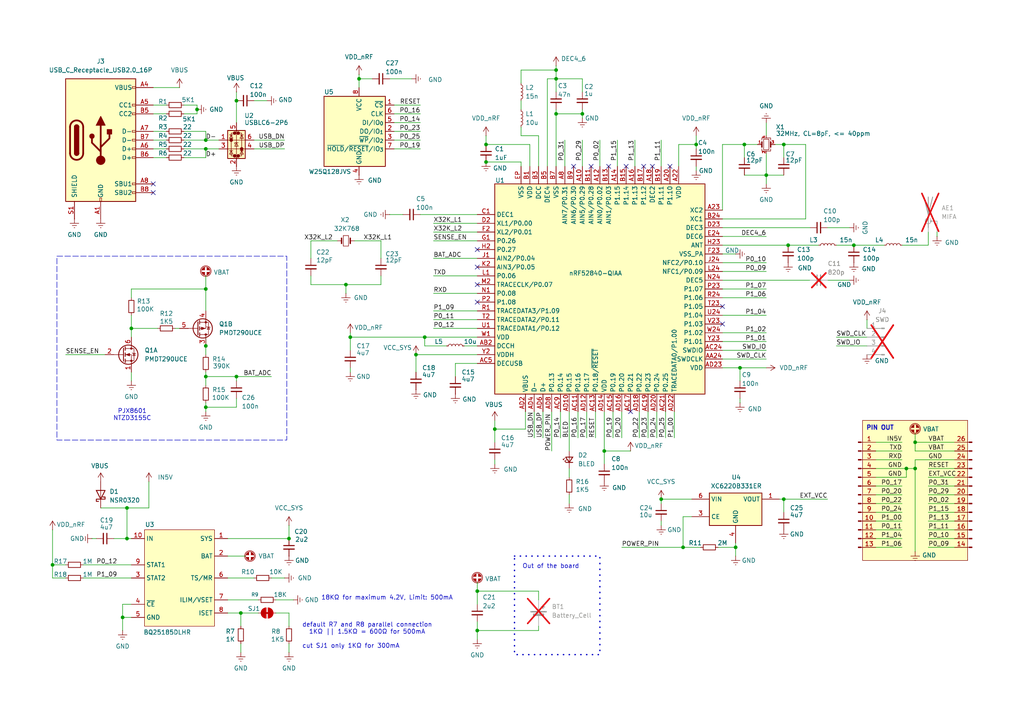
<source format=kicad_sch>
(kicad_sch (version 20250114) (generator "eeschema") (generator_version "9.0")
  (paper "A4")
  (rectangle (start 266.7 161.29) (end 266.7 161.29))
  (rectangle (start 16.51 74.295) (end 83.185 127.635) (stroke (width 0) (type dash)))
  (rectangle (start 149.225 161.29) (end 173.99 189.865) (stroke (width 0.4) (type dot)))
  (text "default R7 and R8 parallel connection \n  1KΩ || 1.5KΩ = 600Ω for 500mA\n\ncut SJ1 only 1KΩ for 300mA\n" (at 87.63 184.404 0) (effects (font (size 1.27 1.27)) (justify left)))
  (text "PIN OUT" (at 255.27 124.206 0) (effects (font (size 1.27 1.27) (thickness 0.254) (bold yes))))
  (text "PJX8601\nNTZD3155C" (at 38.354 120.396 0) (effects (font (size 1.27 1.27))))
  (text "Out of the board" (at 159.766 164.338 0) (effects (font (size 1.27 1.27))))
  (text "18KΩ for maximum 4.2V, Limit: 500mA" (at 112.268 173.482 0) (effects (font (size 1.27 1.27))))
  (junction (at 69.85 177.8))
  (junction (at 265.43 135.89))
  (junction (at 227.33 144.78))
  (junction (at 198.12 158.75))
  (junction (at 201.93 41.91))
  (junction (at 59.69 83.82))
  (junction (at 247.65 71.12))
  (junction (at 100.33 82.55))
  (junction (at 214.63 106.68))
  (junction (at 140.97 46.99))
  (junction (at 36.83 156.21))
  (junction (at 57.15 31.75))
  (junction (at 161.29 20.32))
  (junction (at 15.24 163.83))
  (junction (at 215.9 41.91))
  (junction (at 123.19 97.79))
  (junction (at 227.33 41.91))
  (junction (at 36.83 147.32))
  (junction (at 101.6 97.79))
  (junction (at 59.69 109.22))
  (junction (at 265.43 128.27))
  (junction (at 168.91 33.02))
  (junction (at 59.69 118.11))
  (junction (at 120.65 102.87))
  (junction (at 262.89 135.89))
  (junction (at 191.77 144.78))
  (junction (at 143.51 124.46))
  (junction (at 175.26 130.81))
  (junction (at 228.6 71.12))
  (junction (at 222.25 50.8))
  (junction (at 213.36 158.75))
  (junction (at 35.56 179.07))
  (junction (at 161.29 33.02))
  (junction (at 140.97 41.91))
  (junction (at 68.58 109.22))
  (junction (at 68.58 29.21))
  (junction (at 38.1 95.25))
  (junction (at 138.43 182.88))
  (junction (at 59.69 43.18))
  (junction (at 138.43 171.45))
  (junction (at 59.69 40.64))
  (junction (at 59.69 100.33))
  (junction (at 104.14 22.86))
  (junction (at 83.82 156.21))
  (junction (at 161.29 22.86))
  (no_connect (at 181.61 48.26))
  (no_connect (at 44.45 53.34))
  (no_connect (at 194.31 48.26))
  (no_connect (at 176.53 48.26))
  (no_connect (at 138.43 87.63))
  (no_connect (at 138.43 72.39))
  (no_connect (at 182.88 119.38))
  (no_connect (at 186.69 48.26))
  (no_connect (at 209.55 93.98))
  (no_connect (at 44.45 55.88))
  (no_connect (at 171.45 48.26))
  (no_connect (at 138.43 82.55))
  (no_connect (at 166.37 48.26))
  (no_connect (at 209.55 88.9))
  (no_connect (at 138.43 77.47))
  (no_connect (at 189.23 48.26))
  (wire (pts (xy 90.17 82.55) (xy 90.17 80.01)))
  (wire (pts (xy 68.58 109.22) (xy 68.58 110.49)))
  (wire (pts (xy 182.88 130.81) (xy 175.26 130.81)))
  (wire (pts (xy 50.8 95.25) (xy 52.07 95.25)))
  (wire (pts (xy 101.6 101.6) (xy 101.6 97.79)))
  (wire (pts (xy 138.43 182.88) (xy 138.43 185.42)))
  (wire (pts (xy 90.17 69.85) (xy 90.17 74.93)))
  (wire (pts (xy 73.66 29.21) (xy 77.47 29.21)))
  (wire (pts (xy 66.04 177.8) (xy 69.85 177.8)))
  (wire (pts (xy 151.13 20.32) (xy 151.13 24.13)))
  (wire (pts (xy 195.58 119.38) (xy 195.58 127)))
  (wire (pts (xy 151.13 36.83) (xy 151.13 39.37)))
  (wire (pts (xy 156.21 39.37) (xy 156.21 48.26)))
  (wire (pts (xy 269.24 151.13) (xy 276.86 151.13)))
  (wire (pts (xy 138.43 171.45) (xy 156.21 171.45)))
  (wire (pts (xy 222.25 44.45) (xy 222.25 50.8)))
  (wire (pts (xy 165.1 143.51) (xy 165.1 146.05)))
  (wire (pts (xy 180.34 119.38) (xy 180.34 127)))
  (wire (pts (xy 196.85 41.91) (xy 201.93 41.91)))
  (wire (pts (xy 59.69 83.82) (xy 59.69 90.17)))
  (wire (pts (xy 226.06 144.78) (xy 227.33 144.78)))
  (wire (pts (xy 276.86 130.81) (xy 265.43 130.81)))
  (wire (pts (xy 254 143.51) (xy 261.62 143.51)))
  (wire (pts (xy 240.03 66.04) (xy 246.38 66.04)))
  (wire (pts (xy 143.51 124.46) (xy 152.4 124.46)))
  (wire (pts (xy 168.91 33.02) (xy 161.29 33.02)))
  (wire (pts (xy 59.69 40.64) (xy 59.69 38.1)))
  (wire (pts (xy 261.62 158.75) (xy 254 158.75)))
  (wire (pts (xy 152.4 124.46) (xy 152.4 119.38)))
  (wire (pts (xy 134.62 100.33) (xy 138.43 100.33)))
  (wire (pts (xy 151.13 29.21) (xy 151.13 31.75)))
  (wire (pts (xy 254 148.59) (xy 261.62 148.59)))
  (wire (pts (xy 143.51 133.35) (xy 143.51 134.62)))
  (wire (pts (xy 44.45 45.72) (xy 48.26 45.72)))
  (wire (pts (xy 214.63 110.49) (xy 214.63 106.68)))
  (wire (pts (xy 151.13 48.26) (xy 151.13 46.99)))
  (wire (pts (xy 90.17 69.85) (xy 97.79 69.85)))
  (wire (pts (xy 69.85 177.8) (xy 74.93 177.8)))
  (wire (pts (xy 208.28 158.75) (xy 213.36 158.75)))
  (wire (pts (xy 158.75 22.86) (xy 158.75 48.26)))
  (wire (pts (xy 143.51 121.92) (xy 143.51 124.46)))
  (wire (pts (xy 209.55 101.6) (xy 222.25 101.6)))
  (wire (pts (xy 222.25 50.8) (xy 222.25 53.34)))
  (wire (pts (xy 269.24 138.43) (xy 276.86 138.43)))
  (wire (pts (xy 66.04 173.99) (xy 74.93 173.99)))
  (wire (pts (xy 101.6 96.52) (xy 101.6 97.79)))
  (wire (pts (xy 175.26 130.81) (xy 175.26 134.62)))
  (wire (pts (xy 43.18 139.7) (xy 43.18 147.32)))
  (wire (pts (xy 254 130.81) (xy 261.62 130.81)))
  (wire (pts (xy 100.33 82.55) (xy 110.49 82.55)))
  (wire (pts (xy 163.83 40.64) (xy 163.83 48.26)))
  (wire (pts (xy 68.58 115.57) (xy 68.58 118.11)))
  (wire (pts (xy 198.12 149.86) (xy 200.66 149.86)))
  (wire (pts (xy 261.62 153.67) (xy 254 153.67)))
  (wire (pts (xy 59.69 109.22) (xy 68.58 109.22)))
  (wire (pts (xy 165.1 135.89) (xy 165.1 138.43)))
  (wire (pts (xy 73.66 43.18) (xy 82.55 43.18)))
  (wire (pts (xy 138.43 168.91) (xy 138.43 171.45)))
  (wire (pts (xy 209.55 83.82) (xy 222.25 83.82)))
  (wire (pts (xy 269.24 143.51) (xy 276.86 143.51)))
  (wire (pts (xy 209.55 68.58) (xy 222.25 68.58)))
  (wire (pts (xy 198.12 158.75) (xy 198.12 149.86)))
  (wire (pts (xy 209.55 99.06) (xy 222.25 99.06)))
  (wire (pts (xy 68.58 26.67) (xy 68.58 29.21)))
  (wire (pts (xy 265.43 133.35) (xy 265.43 135.89)))
  (wire (pts (xy 191.77 144.78) (xy 191.77 146.05)))
  (wire (pts (xy 24.13 167.64) (xy 38.1 167.64)))
  (wire (pts (xy 162.56 119.38) (xy 162.56 127)))
  (wire (pts (xy 151.13 46.99) (xy 140.97 46.99)))
  (wire (pts (xy 215.9 41.91) (xy 219.71 41.91)))
  (wire (pts (xy 191.77 40.64) (xy 191.77 48.26)))
  (wire (pts (xy 160.02 119.38) (xy 160.02 130.81)))
  (wire (pts (xy 35.56 179.07) (xy 38.1 179.07)))
  (wire (pts (xy 53.34 33.02) (xy 57.15 33.02)))
  (wire (pts (xy 29.21 147.32) (xy 36.83 147.32)))
  (wire (pts (xy 240.03 81.28) (xy 246.38 81.28)))
  (wire (pts (xy 114.3 40.64) (xy 121.92 40.64)))
  (wire (pts (xy 227.33 144.78) (xy 227.33 148.59)))
  (wire (pts (xy 175.26 119.38) (xy 175.26 130.81)))
  (wire (pts (xy 180.34 158.75) (xy 198.12 158.75)))
  (wire (pts (xy 271.78 68.58) (xy 271.78 67.31)))
  (wire (pts (xy 59.69 45.72) (xy 59.69 43.18)))
  (wire (pts (xy 227.33 41.91) (xy 233.68 41.91)))
  (wire (pts (xy 191.77 144.78) (xy 200.66 144.78)))
  (wire (pts (xy 269.24 140.97) (xy 276.86 140.97)))
  (wire (pts (xy 157.48 119.38) (xy 157.48 127)))
  (wire (pts (xy 153.67 48.26) (xy 153.67 41.91)))
  (wire (pts (xy 261.62 71.12) (xy 269.24 71.12)))
  (wire (pts (xy 38.1 83.82) (xy 59.69 83.82)))
  (wire (pts (xy 57.15 33.02) (xy 57.15 31.75)))
  (wire (pts (xy 80.01 177.8) (xy 83.82 177.8)))
  (wire (pts (xy 35.56 182.88) (xy 35.56 179.07)))
  (wire (pts (xy 138.43 102.87) (xy 120.65 102.87)))
  (wire (pts (xy 209.55 73.66) (xy 213.36 73.66)))
  (wire (pts (xy 15.24 163.83) (xy 15.24 167.64)))
  (wire (pts (xy 35.56 175.26) (xy 35.56 179.07)))
  (wire (pts (xy 153.67 41.91) (xy 140.97 41.91)))
  (wire (pts (xy 57.15 31.75) (xy 57.15 30.48)))
  (wire (pts (xy 104.14 22.86) (xy 107.95 22.86)))
  (wire (pts (xy 247.65 71.12) (xy 256.54 71.12)))
  (wire (pts (xy 193.04 119.38) (xy 193.04 127)))
  (wire (pts (xy 170.18 119.38) (xy 170.18 127)))
  (wire (pts (xy 201.93 48.26) (xy 201.93 49.53)))
  (wire (pts (xy 161.29 26.67) (xy 161.29 22.86)))
  (wire (pts (xy 36.83 156.21) (xy 38.1 156.21)))
  (wire (pts (xy 114.3 38.1) (xy 121.92 38.1)))
  (wire (pts (xy 138.43 180.34) (xy 138.43 182.88)))
  (wire (pts (xy 173.99 40.64) (xy 173.99 48.26)))
  (wire (pts (xy 151.13 20.32) (xy 161.29 20.32)))
  (wire (pts (xy 168.91 33.02) (xy 168.91 34.29)))
  (wire (pts (xy 265.43 133.35) (xy 276.86 133.35)))
  (wire (pts (xy 59.69 109.22) (xy 59.69 111.76)))
  (wire (pts (xy 101.6 106.68) (xy 101.6 107.95)))
  (wire (pts (xy 101.6 97.79) (xy 123.19 97.79)))
  (wire (pts (xy 125.73 90.17) (xy 138.43 90.17)))
  (wire (pts (xy 214.63 115.57) (xy 214.63 116.84)))
  (wire (pts (xy 123.19 97.79) (xy 138.43 97.79)))
  (wire (pts (xy 191.77 151.13) (xy 191.77 152.4)))
  (wire (pts (xy 15.24 167.64) (xy 19.05 167.64)))
  (wire (pts (xy 113.03 22.86) (xy 119.38 22.86)))
  (wire (pts (xy 269.24 135.89) (xy 276.86 135.89)))
  (wire (pts (xy 104.14 22.86) (xy 104.14 25.4)))
  (wire (pts (xy 265.43 135.89) (xy 265.43 160.02)))
  (wire (pts (xy 167.64 119.38) (xy 167.64 127)))
  (wire (pts (xy 254 128.27) (xy 261.62 128.27)))
  (wire (pts (xy 104.14 21.59) (xy 104.14 22.86)))
  (wire (pts (xy 123.19 100.33) (xy 123.19 97.79)))
  (wire (pts (xy 53.34 45.72) (xy 59.69 45.72)))
  (wire (pts (xy 36.83 147.32) (xy 36.83 156.21)))
  (wire (pts (xy 43.18 147.32) (xy 36.83 147.32)))
  (wire (pts (xy 265.43 125.73) (xy 265.43 128.27)))
  (wire (pts (xy 161.29 31.75) (xy 161.29 33.02)))
  (wire (pts (xy 53.34 30.48) (xy 57.15 30.48)))
  (wire (pts (xy 80.01 173.99) (xy 85.09 173.99)))
  (wire (pts (xy 132.08 105.41) (xy 132.08 109.22)))
  (wire (pts (xy 154.94 119.38) (xy 154.94 127)))
  (wire (pts (xy 44.45 43.18) (xy 48.26 43.18)))
  (wire (pts (xy 161.29 20.32) (xy 161.29 22.86)))
  (wire (pts (xy 68.58 29.21) (xy 68.58 35.56)))
  (wire (pts (xy 138.43 171.45) (xy 138.43 175.26)))
  (wire (pts (xy 78.74 167.64) (xy 82.55 167.64)))
  (wire (pts (xy 228.6 71.12) (xy 237.49 71.12)))
  (wire (pts (xy 73.66 40.64) (xy 82.55 40.64)))
  (wire (pts (xy 168.91 31.75) (xy 168.91 33.02)))
  (wire (pts (xy 161.29 22.86) (xy 168.91 22.86)))
  (wire (pts (xy 156.21 171.45) (xy 156.21 173.99)))
  (wire (pts (xy 209.55 106.68) (xy 214.63 106.68)))
  (wire (pts (xy 213.36 158.75) (xy 213.36 157.48)))
  (wire (pts (xy 44.45 38.1) (xy 48.26 38.1)))
  (wire (pts (xy 83.82 186.69) (xy 83.82 189.23)))
  (wire (pts (xy 114.3 30.48) (xy 121.92 30.48)))
  (wire (pts (xy 44.45 25.4) (xy 52.07 25.4)))
  (wire (pts (xy 222.25 35.56) (xy 222.25 39.37)))
  (wire (pts (xy 242.57 71.12) (xy 247.65 71.12)))
  (wire (pts (xy 177.8 119.38) (xy 177.8 127)))
  (wire (pts (xy 140.97 39.37) (xy 140.97 41.91)))
  (wire (pts (xy 269.24 67.31) (xy 269.24 71.12)))
  (wire (pts (xy 53.34 43.18) (xy 59.69 43.18)))
  (wire (pts (xy 114.3 43.18) (xy 121.92 43.18)))
  (wire (pts (xy 172.72 119.38) (xy 172.72 127)))
  (wire (pts (xy 168.91 40.64) (xy 168.91 48.26)))
  (wire (pts (xy 209.55 104.14) (xy 222.25 104.14)))
  (wire (pts (xy 209.55 86.36) (xy 222.25 86.36)))
  (wire (pts (xy 44.45 33.02) (xy 48.26 33.02)))
  (wire (pts (xy 201.93 39.37) (xy 201.93 41.91)))
  (wire (pts (xy 125.73 95.25) (xy 138.43 95.25)))
  (wire (pts (xy 254 146.05) (xy 261.62 146.05)))
  (wire (pts (xy 261.62 151.13) (xy 254 151.13)))
  (wire (pts (xy 156.21 39.37) (xy 151.13 39.37)))
  (wire (pts (xy 209.55 81.28) (xy 234.95 81.28)))
  (wire (pts (xy 161.29 33.02) (xy 161.29 48.26)))
  (wire (pts (xy 209.55 96.52) (xy 222.25 96.52)))
  (wire (pts (xy 114.3 33.02) (xy 121.92 33.02)))
  (wire (pts (xy 209.55 41.91) (xy 215.9 41.91)))
  (wire (pts (xy 168.91 22.86) (xy 168.91 26.67)))
  (wire (pts (xy 269.24 158.75) (xy 276.86 158.75)))
  (wire (pts (xy 100.33 85.09) (xy 100.33 82.55)))
  (wire (pts (xy 156.21 182.88) (xy 156.21 181.61)))
  (wire (pts (xy 254 133.35) (xy 261.62 133.35)))
  (wire (pts (xy 53.34 40.64) (xy 59.69 40.64)))
  (wire (pts (xy 27.94 156.21) (xy 26.67 156.21)))
  (wire (pts (xy 184.15 40.64) (xy 184.15 48.26)))
  (wire (pts (xy 125.73 85.09) (xy 138.43 85.09)))
  (wire (pts (xy 38.1 95.25) (xy 38.1 97.79)))
  (wire (pts (xy 125.73 67.31) (xy 138.43 67.31)))
  (wire (pts (xy 110.49 82.55) (xy 110.49 80.01)))
  (wire (pts (xy 209.55 60.96) (xy 209.55 41.91)))
  (wire (pts (xy 129.54 100.33) (xy 123.19 100.33)))
  (wire (pts (xy 125.73 92.71) (xy 138.43 92.71)))
  (wire (pts (xy 138.43 182.88) (xy 156.21 182.88)))
  (wire (pts (xy 161.29 20.32) (xy 161.29 19.05)))
  (wire (pts (xy 38.1 83.82) (xy 38.1 86.36)))
  (wire (pts (xy 102.87 69.85) (xy 110.49 69.85)))
  (wire (pts (xy 66.04 161.29) (xy 71.12 161.29)))
  (wire (pts (xy 44.45 30.48) (xy 48.26 30.48)))
  (wire (pts (xy 209.55 78.74) (xy 222.25 78.74)))
  (wire (pts (xy 165.1 119.38) (xy 165.1 130.81)))
  (wire (pts (xy 265.43 128.27) (xy 276.86 128.27)))
  (wire (pts (xy 15.24 163.83) (xy 19.05 163.83)))
  (wire (pts (xy 38.1 91.44) (xy 38.1 95.25)))
  (wire (pts (xy 138.43 105.41) (xy 132.08 105.41)))
  (wire (pts (xy 90.17 82.55) (xy 100.33 82.55)))
  (wire (pts (xy 261.62 156.21) (xy 254 156.21)))
  (wire (pts (xy 213.36 161.29) (xy 213.36 158.75)))
  (wire (pts (xy 196.85 48.26) (xy 196.85 41.91)))
  (wire (pts (xy 59.69 100.33) (xy 59.69 102.87)))
  (wire (pts (xy 143.51 124.46) (xy 143.51 128.27)))
  (wire (pts (xy 66.04 156.21) (xy 83.82 156.21)))
  (wire (pts (xy 59.69 97.79) (xy 59.69 100.33)))
  (wire (pts (xy 187.96 119.38) (xy 187.96 127)))
  (wire (pts (xy 242.57 100.33) (xy 251.46 100.33)))
  (wire (pts (xy 44.45 40.64) (xy 48.26 40.64)))
  (wire (pts (xy 125.73 80.01) (xy 138.43 80.01)))
  (wire (pts (xy 121.92 62.23) (xy 138.43 62.23)))
  (wire (pts (xy 66.04 167.64) (xy 73.66 167.64)))
  (wire (pts (xy 269.24 156.21) (xy 276.86 156.21)))
  (wire (pts (xy 59.69 80.01) (xy 59.69 83.82)))
  (wire (pts (xy 215.9 50.8) (xy 222.25 50.8)))
  (wire (pts (xy 116.84 62.23) (xy 113.03 62.23)))
  (wire (pts (xy 262.89 135.89) (xy 265.43 135.89)))
  (wire (pts (xy 114.3 35.56) (xy 121.92 35.56)))
  (wire (pts (xy 269.24 148.59) (xy 276.86 148.59)))
  (wire (pts (xy 59.69 43.18) (xy 63.5 43.18)))
  (wire (pts (xy 125.73 64.77) (xy 138.43 64.77)))
  (wire (pts (xy 83.82 181.61) (xy 83.82 177.8)))
  (wire (pts (xy 209.55 71.12) (xy 228.6 71.12)))
  (wire (pts (xy 59.69 40.64) (xy 63.5 40.64)))
  (wire (pts (xy 269.24 153.67) (xy 276.86 153.67)))
  (wire (pts (xy 262.89 135.89) (xy 262.89 138.43)))
  (wire (pts (xy 59.69 107.95) (xy 59.69 109.22)))
  (wire (pts (xy 254 140.97) (xy 261.62 140.97)))
  (wire (pts (xy 59.69 38.1) (xy 53.34 38.1)))
  (wire (pts (xy 68.58 118.11) (xy 59.69 118.11)))
  (wire (pts (xy 214.63 106.68) (xy 222.25 106.68)))
  (wire (pts (xy 15.24 153.67) (xy 15.24 163.83)))
  (wire (pts (xy 265.43 128.27) (xy 265.43 130.81)))
  (wire (pts (xy 185.42 119.38) (xy 185.42 127)))
  (wire (pts (xy 83.82 152.4) (xy 83.82 156.21)))
  (wire (pts (xy 227.33 45.72) (xy 227.33 41.91)))
  (wire (pts (xy 262.89 135.89) (xy 254 135.89)))
  (wire (pts (xy 227.33 41.91) (xy 224.79 41.91)))
  (wire (pts (xy 209.55 66.04) (xy 234.95 66.04)))
  (wire (pts (xy 120.65 102.87) (xy 120.65 107.95)))
  (wire (pts (xy 38.1 95.25) (xy 45.72 95.25)))
  (wire (pts (xy 59.69 119.38) (xy 59.69 118.11)))
  (wire (pts (xy 125.73 74.93) (xy 138.43 74.93)))
  (wire (pts (xy 38.1 107.95) (xy 38.1 110.49)))
  (wire (pts (xy 209.55 76.2) (xy 222.25 76.2)))
  (wire (pts (xy 209.55 91.44) (xy 222.25 91.44)))
  (wire (pts (xy 69.85 177.8) (xy 69.85 181.61)))
  (wire (pts (xy 269.24 146.05) (xy 276.86 146.05)))
  (wire (pts (xy 227.33 144.78) (xy 240.03 144.78)))
  (wire (pts (xy 24.13 163.83) (xy 38.1 163.83)))
  (wire (pts (xy 201.93 41.91) (xy 201.93 43.18)))
  (wire (pts (xy 251.46 92.71) (xy 251.46 95.25)))
  (wire (pts (xy 242.57 97.79) (xy 251.46 97.79)))
  (wire (pts (xy 38.1 175.26) (xy 35.56 175.26)))
  (wire (pts (xy 110.49 69.85) (xy 110.49 74.93)))
  (wire (pts (xy 59.69 118.11) (xy 59.69 116.84)))
  (wire (pts (xy 254 138.43) (xy 262.89 138.43)))
  (wire (pts (xy 190.5 119.38) (xy 190.5 127)))
  (wire (pts (xy 33.02 156.21) (xy 36.83 156.21)))
  (wire (pts (xy 158.75 22.86) (xy 161.29 22.86)))
  (wire (pts (xy 198.12 158.75) (xy 203.2 158.75)))
  (wire (pts (xy 233.68 63.5) (xy 209.55 63.5)))
  (wire (pts (xy 69.85 186.69) (xy 69.85 189.23)))
  (wire (pts (xy 222.25 50.8) (xy 227.33 50.8)))
  (wire (pts (xy 179.07 40.64) (xy 179.07 48.26)))
  (wire (pts (xy 125.73 69.85) (xy 138.43 69.85)))
  (wire (pts (xy 19.05 102.87) (xy 30.48 102.87)))
  (wire (pts (xy 68.58 109.22) (xy 78.74 109.22)))
  (wire (pts (xy 215.9 45.72) (xy 215.9 41.91)))
  (wire (pts (xy 233.68 41.91) (xy 233.68 63.5)))
  (label "SENSE_EN" (at 125.73 69.85 0))
  (label "EXT_VCC" (at 240.03 144.78 180))
  (label "P0_12" (at 27.94 163.83 0))
  (label "P0_20" (at 261.62 143.51 180))
  (label "DEC4_6" (at 222.25 68.58 180))
  (label "SWD_CLK" (at 222.25 104.14 180))
  (label "P0_29" (at 269.24 143.51 0))
  (label "P1_11" (at 191.77 40.64 270))
  (label "P0_17" (at 170.18 127 90))
  (label "P1_06" (at 261.62 158.75 180))
  (label "P0_12" (at 125.73 95.25 0))
  (label "P0_22" (at 261.62 146.05 180))
  (label "X32K_L1" (at 105.41 69.85 0))
  (label "P1_02" (at 222.25 96.52 180))
  (label "VBAT" (at 269.24 128.27 0))
  (label "P0_19" (at 177.8 127 90))
  (label "P0_11" (at 261.62 153.67 180))
  (label "USB_DN" (at 154.94 127 90))
  (label "X32K_L1" (at 125.73 64.77 0))
  (label "P0_10" (at 269.24 156.21 0))
  (label "RXD" (at 261.62 133.35 180))
  (label "P1_06" (at 222.25 86.36 180))
  (label "EXT_VCC" (at 269.24 138.43 0))
  (label "P1_15" (at 269.24 148.59 0))
  (label "P1_01" (at 222.25 99.06 180))
  (label "P0_10" (at 222.25 76.2 180))
  (label "P1_04" (at 261.62 156.21 180))
  (label "X32K_L2" (at 125.73 67.31 0))
  (label "P0_31" (at 269.24 140.97 0))
  (label "USB_DN" (at 82.55 40.64 180))
  (label "D-" (at 59.69 40.64 0))
  (label "P0_25" (at 121.92 40.64 180))
  (label "GND" (at 261.62 135.89 180))
  (label "P0_16" (at 121.92 33.02 180))
  (label "P0_09" (at 269.24 158.75 0))
  (label "BAT_ADC" (at 125.73 74.93 0))
  (label "P0_23" (at 187.96 127 90))
  (label "P0_29" (at 168.91 40.64 270))
  (label "SWD_CLK" (at 242.57 97.79 0))
  (label "RESET" (at 172.72 127 90))
  (label "P1_00" (at 195.58 127 90))
  (label "P0_11" (at 125.73 92.71 0))
  (label "P1_04" (at 222.25 91.44 180))
  (label "GND" (at 261.62 138.43 180))
  (label "P0_02" (at 173.99 40.64 270))
  (label "P1_07" (at 222.25 83.82 180))
  (label "P0_09" (at 222.25 78.74 180))
  (label "SWD_IO" (at 242.57 100.33 0))
  (label "GND" (at 269.24 133.35 0))
  (label "P1_11" (at 269.24 153.67 0))
  (label "P1_00" (at 261.62 151.13 180))
  (label "SENSE_EN" (at 19.05 102.87 0))
  (label "POWER_PIN" (at 180.34 158.75 0))
  (label "P0_14" (at 121.92 35.56 180))
  (label "RESET" (at 269.24 135.89 0))
  (label "P1_09" (at 125.73 90.17 0))
  (label "P0_24" (at 261.62 148.59 180))
  (label "IN5V" (at 261.62 128.27 180))
  (label "P0_31" (at 163.83 40.64 270))
  (label "P1_09" (at 27.94 167.64 0))
  (label "P0_14" (at 162.56 127 90))
  (label "P0_20" (at 180.34 127 90))
  (label "P0_22" (at 185.42 127 90))
  (label "P0_19" (at 121.92 43.18 180))
  (label "BAT_ADC" (at 78.74 109.22 180))
  (label "P1_13" (at 184.15 40.64 270))
  (label "RESET" (at 121.92 30.48 180))
  (label "USB_DP" (at 157.48 127 90))
  (label "RXD" (at 125.73 85.09 0))
  (label "POWER_PIN" (at 160.02 130.81 90))
  (label "D+" (at 59.69 45.72 0))
  (label "P1_15" (at 179.07 40.64 270))
  (label "X32K_L2" (at 96.52 69.85 180))
  (label "P0_23" (at 121.92 38.1 180))
  (label "P1_13" (at 269.24 151.13 0))
  (label "P0_24" (at 190.5 127 90))
  (label "BLED" (at 165.1 127 90))
  (label "P0_02" (at 269.24 146.05 0))
  (label "TXD" (at 125.73 80.01 0))
  (label "USB_DP" (at 82.55 43.18 180))
  (label "TXD" (at 261.62 130.81 180))
  (label "SWD_IO" (at 222.25 101.6 180))
  (label "P0_16" (at 167.64 127 90))
  (label "P0_25" (at 193.04 127 90))
  (label "VBAT" (at 269.24 130.81 0))
  (label "P0_17" (at 261.62 140.97 180))
  (symbol (lib_id "power:GNDREF") (at 21.59 63.5 0) (unit 1)
    (property "Reference" "#PWR039" (effects (hide yes)))
    (property "Value" "GND" (at 21.59 68.072 0))
    (property "Description" "Power symbol creates a global label with name \"GNDREF\" , reference supply ground" (effects (hide yes)))
  )
  (symbol (lib_id "power:GNDREF") (at 29.21 63.5 0) (unit 1)
    (property "Reference" "#PWR019" (effects (hide yes)))
    (property "Value" "GND" (at 29.21 68.072 0))
    (property "Description" "Power symbol creates a global label with name \"GNDREF\" , reference supply ground" (effects (hide yes)))
  )
  (symbol (lib_id "power:GNDREF") (at 165.1 146.05 0) (unit 1)
    (property "Reference" "#PWR055" (effects (hide yes)))
    (property "Value" "GND" (at 169.672 147.574 0))
    (property "Description" "Power symbol creates a global label with name \"GNDREF\" , reference supply ground" (effects (hide yes)))
  )
  (symbol (lib_id "power:GNDREF") (at 26.67 156.21 270) (unit 1)
    (property "Reference" "#PWR044" (effects (hide yes)))
    (property "Value" "GND" (at 22.352 156.21 90))
    (property "Description" "Power symbol creates a global label with name \"GNDREF\" , reference supply ground" (effects (hide yes)))
  )
  (symbol (lib_id "power:GNDREF") (at 69.85 189.23 0) (unit 1)
    (property "Reference" "#PWR023" (effects (hide yes)))
    (property "Value" "GND" (at 69.85 193.802 0))
    (property "Description" "Power symbol creates a global label with name \"GNDREF\" , reference supply ground" (effects (hide yes)))
  )
  (symbol (lib_id "power:GNDREF") (at 85.09 173.99 90) (unit 1)
    (property "Reference" "#PWR014" (effects (hide yes)))
    (property "Value" "GND" (at 90.424 173.99 90))
    (property "Description" "Power symbol creates a global label with name \"GNDREF\" , reference supply ground" (effects (hide yes)))
  )
  (symbol (lib_id "power:GNDREF") (at 104.14 50.8 0) (unit 1)
    (property "Reference" "#PWR056" (effects (hide yes)))
    (property "Value" "GND" (at 108.712 52.324 0))
    (property "Description" "Power symbol creates a global label with name \"GNDREF\" , reference supply ground" (effects (hide yes)))
  )
  (symbol (lib_id "power:GNDREF") (at 213.36 73.66 90) (unit 1)
    (property "Reference" "#PWR028" (effects (hide yes)))
    (property "Value" "GND" (at 212.344 72.644 90))
    (property "Description" "Power symbol creates a global label with name \"GNDREF\" , reference supply ground" (effects (hide yes)))
  )
  (symbol (lib_id "nRFMicro:StrappingJump") (at 77.47 177.8 0) (unit 1)
    (property "Reference" "SJ1" (at 73.66 176.53 0))
    (property "Footprint" "nRFMicro:StrappingJump" (effects (hide yes)))
  )
  (symbol (lib_id "Connector:Conn_01x04_Pin") (at 256.54 97.79 0) (mirror y) (unit 1) (dnp yes)
    (property "Reference" "J4" (at 255.905 90.17 0))
    (property "Value" "SWD" (at 255.905 92.71 0))
    (property "Footprint" "nRFMicro:SWD_CONNECTOR" (effects (hide yes)))
    (property "Description" "Generic connector, single row, 01x04, script generated" (effects (hide yes)))
  )
  (symbol (lib_id "PCM_Nuova-Elettronica-Power:VCC") (at 138.43 168.91 0) (unit 1)
    (property "Reference" "#PWR045" (effects (hide yes)))
    (property "Value" "VBAT" (at 143.002 167.894 0))
  )
  (symbol (lib_id "Device:C_Small") (at 143.51 130.81 0) (unit 1)
    (property "Reference" "C16" (at 145.288 127 0) (effects (justify left)))
    (property "Value" "4u7" (at 145.288 129.032 0) (effects (justify left)))
    (property "Footprint" "nRFMicro:C_0402_1005Metric" (effects (hide yes)))
    (property "Description" "4.7uF+/-20% 16V X5R 0402" (effects (hide yes)))
    (property "Manufacturer" "Samsung Electro-Mechanics" (effects (hide yes)))
    (property "Part No" "CL05A475MO5NUNC" (effects (hide yes)))
    (property "LCSC" "C318563" (effects (hide yes)))
  )
  (symbol (lib_id "Device:C_Small") (at 168.91 29.21 0) (unit 1)
    (property "Reference" "C2" (at 169.418 25.146 0) (effects (justify left)))
    (property "Value" "1u" (at 169.418 27.178 0) (effects (justify left)))
    (property "Footprint" "nRFMicro:C_0402_1005Metric" (effects (hide yes)))
    (property "Description" "Unpolarized capacitor, small symbol" (effects (hide yes)))
    (property "Manufacturer" "Murata" (effects (hide yes)))
    (property "Part No" "GRM155Z71A105KE1D" (effects (hide yes)))
    (property "LCSC" "C528974" (effects (hide yes)))
  )
  (symbol (lib_id "Device:C_Small") (at 120.65 110.49 0) (unit 1)
    (property "Reference" "C18" (at 122.428 106.68 0) (effects (justify left)))
    (property "Value" "4u7" (at 122.428 108.712 0) (effects (justify left)))
    (property "Footprint" "nRFMicro:C_0402_1005Metric" (effects (hide yes)))
    (property "Description" "4.7uF+/-20% 16V X5R 0402" (effects (hide yes)))
    (property "Manufacturer" "Samsung Electro-Mechanics" (effects (hide yes)))
    (property "Part No" "CL05A475MO5NUNC" (effects (hide yes)))
    (property "LCSC" "C318563" (effects (hide yes)))
  )
  (symbol (lib_id "Device:C_Small") (at 201.93 45.72 0) (unit 1)
    (property "Reference" "C4" (at 202.438 41.402 0) (effects (justify left)))
    (property "Value" "100n" (at 202.438 43.942 0) (effects (justify left)))
    (property "Footprint" "nRFMicro:C_0402_1005Metric" (effects (hide yes)))
    (property "Description" "Unpolarized capacitor, small symbol" (effects (hide yes)))
    (property "Manufacturer" "Murata" (effects (hide yes)))
    (property "Part No" "GRM155Z71A105KE1D" (effects (hide yes)))
    (property "LCSC" "C528974" (effects (hide yes)))
  )
  (symbol (lib_id "Device:C_Small") (at 90.17 77.47 0) (unit 1)
    (property "Reference" "C22" (at 91.694 73.152 0) (effects (justify left)))
    (property "Value" "12pF" (at 91.694 75.438 0) (effects (justify left)))
    (property "Footprint" "nRFMicro:C_0402_1005Metric" (effects (hide yes)))
    (property "Description" "Unpolarized capacitor, small symbol" (effects (hide yes)))
    (property "Manufacturer" "Murata" (effects (hide yes)))
    (property "Part No" "GRM155Z71A105KE1D" (effects (hide yes)))
    (property "LCSC" "C528974" (effects (hide yes)))
  )
  (symbol (lib_id "power:GNDREF") (at 214.63 116.84 0) (unit 1)
    (property "Reference" "#PWR016" (effects (hide yes)))
    (property "Value" "GND" (at 218.948 118.618 0))
    (property "Description" "Power symbol creates a global label with name \"GNDREF\" , reference supply ground" (effects (hide yes)))
  )
  (symbol (lib_id "power:GNDREF") (at 271.78 68.58 0) (unit 1)
    (property "Reference" "#PWR063" (effects (hide yes)))
    (property "Value" "GND" (at 276.098 70.358 0))
    (property "Description" "Power symbol creates a global label with name \"GNDREF\" , reference supply ground" (effects (hide yes)))
  )
  (symbol (lib_id "Device:C_Small") (at 161.29 29.21 0) (unit 1)
    (property "Reference" "C3" (at 161.798 24.892 0) (effects (justify left)))
    (property "Value" "47n" (at 161.798 27.432 0) (effects (justify left)))
    (property "Footprint" "nRFMicro:C_0402_1005Metric" (effects (hide yes)))
    (property "Description" "Unpolarized capacitor, small symbol" (effects (hide yes)))
    (property "Manufacturer" "Murata" (effects (hide yes)))
    (property "Part No" "GRM155Z71A105KE1D" (effects (hide yes)))
    (property "LCSC" "C528974" (effects (hide yes)))
  )
  (symbol (lib_id "power:GNDREF") (at 77.47 29.21 90) (unit 1)
    (property "Reference" "#PWR025" (effects (hide yes)))
    (property "Value" "GND" (at 82.804 28.956 90))
    (property "Description" "Power symbol creates a global label with name \"GNDREF\" , reference supply ground" (effects (hide yes)))
  )
  (symbol (lib_id "Device:R_Small") (at 165.1 140.97 0) (unit 1)
    (property "Reference" "R16" (at 168.91 139.7 0))
    (property "Value" "1K5" (at 168.91 141.986 0))
    (property "Footprint" "nRFMicro:R_0402_1005Metric" (effects (hide yes)))
    (property "Description" "Resistor, small symbol" (effects (hide yes)))
  )
  (symbol (lib_id "power:GNDREF") (at 246.38 66.04 90) (unit 1)
    (property "Reference" "#PWR05" (effects (hide yes)))
    (property "Value" "GND" (at 250.952 66.04 0))
    (property "Description" "Power symbol creates a global label with name \"GNDREF\" , reference supply ground" (effects (hide yes)))
  )
  (symbol (lib_id "nRFMicro:nRF52840-QIAA") (at 173.99 83.82 0) (unit 1)
    (property "Reference" "U1" (at 145.034 52.324 0))
    (property "Value" "nRF52840-QIAA" (at 172.72 79.248 0))
    (property "Footprint" "nRFMicro:Nordic_AQFN-73-1EP_7x7mm_P0.5mm" (effects (hide yes)))
    (property "Datasheet" "http://infocenter.nordicsemi.com/topic/com.nordic.infocenter.nrf52/dita/nrf52/chips/nrf52840.html" (effects (hide yes)))
    (property "Description" "Multiprotocol BLE/ANT/2.4 GHz/802.15.4 Cortex-M4F SoC, AQFN-73" (effects (hide yes)))
  )
  (symbol (lib_id "Device:R_Small") (at 50.8 38.1 90) (unit 1)
    (property "Reference" "R3" (at 47.244 36.83 90))
    (property "Value" "22" (at 54.356 36.83 90))
    (property "Footprint" "nRFMicro:R_0402_1005Metric" (effects (hide yes)))
    (property "Description" "Resistor, small symbol" (effects (hide yes)))
  )
  (symbol (lib_id "power:GNDREF") (at 57.15 31.75 90) (unit 1)
    (property "Reference" "#PWR018" (effects (hide yes)))
    (property "Value" "GND" (at 62.738 31.75 90))
    (property "Description" "Power symbol creates a global label with name \"GNDREF\" , reference supply ground" (effects (hide yes)))
  )
  (symbol (lib_id "Device:R_Small") (at 48.26 95.25 90) (unit 1)
    (property "Reference" "R12" (at 48.26 90.932 90))
    (property "Value" "1K5" (at 48.26 93.218 90))
    (property "Footprint" "nRFMicro:R_0402_1005Metric" (effects (hide yes)))
    (property "Description" "Resistor, small symbol" (effects (hide yes)))
  )
  (symbol (lib_id "Device:L_Small") (at 132.08 100.33 90) (unit 1)
    (property "Reference" "L5" (at 127.254 99.06 90))
    (property "Value" "10u" (at 136.398 99.06 90))
    (property "Footprint" "nRFMicro:L_0603_1608Metric" (effects (hide yes)))
    (property "Description" "Inductor, small symbol" (effects (hide yes)))
    (property "Manufacturer" "TDK" (effects (hide yes)))
    (property "Part No" "MLZ1608E100MT" (effects (hide yes)))
    (property "LCSC" "C340673" (effects (hide yes)))
  )
  (symbol (lib_id "Memory_Flash:W25Q128JVS") (at 104.14 38.1 0) (mirror y) (unit 1)
    (property "Reference" "U5" (at 96.774 26.67 0) (effects (justify left)))
    (property "Value" "W25Q128JVS" (at 101.854 49.784 0) (effects (justify left)))
    (property "Footprint" "Package_SO:SOIC-8_5.3x5.3mm_P1.27mm" (effects (hide yes)))
    (property "Datasheet" "https://www.winbond.com/resource-files/w25q128jv_dtr%20revc%2003272018%20plus.pdf" (effects (hide yes)))
    (property "Description" "128Mbit / 16MiB Serial Flash Memory, Standard/Dual/Quad SPI, 2.7-3.6V, SOIC-8" (effects (hide yes)))
  )
  (symbol (lib_id "Device:R_Small") (at 76.2 167.64 90) (unit 1)
    (property "Reference" "R10" (at 71.882 165.862 90))
    (property "Value" "10K" (at 80.01 165.862 90))
    (property "Footprint" "nRFMicro:StrappingJumpR" (effects (hide yes)))
    (property "Description" "Resistor, small symbol" (effects (hide yes)))
  )
  (symbol (lib_id "Device:C_Small") (at 110.49 77.47 0) (unit 1)
    (property "Reference" "C23" (at 111.76 73.66 0) (effects (justify left)))
    (property "Value" "12pF" (at 111.76 75.438 0) (effects (justify left)))
    (property "Footprint" "nRFMicro:C_0402_1005Metric" (effects (hide yes)))
    (property "Description" "Unpolarized capacitor, small symbol" (effects (hide yes)))
    (property "Manufacturer" "Murata" (effects (hide yes)))
    (property "Part No" "GRM155Z71A105KE1D" (effects (hide yes)))
    (property "LCSC" "C528974" (effects (hide yes)))
  )
  (symbol (lib_id "power:VDD") (at 182.88 130.81 0) (unit 1)
    (property "Reference" "#PWR036" (effects (hide yes)))
    (property "Value" "VDD_nRF" (at 188.214 129.286 0))
    (property "Description" "Power symbol creates a global label with name \"VDD\"" (effects (hide yes)))
  )
  (symbol (lib_id "Device:Battery_Cell") (at 156.21 179.07 0) (unit 1) (on_board no) (dnp yes)
    (property "Reference" "BT1" (at 160.02 175.9584 0) (effects (justify left)))
    (property "Value" "Battery_Cell" (at 160.02 178.4984 0) (effects (justify left)))
    (property "Description" "Single-cell battery" (effects (hide yes)))
  )
  (symbol (lib_id "Device:C_Small") (at 119.38 62.23 270) (unit 1)
    (property "Reference" "C5" (at 120.65 57.658 90) (effects (justify left)))
    (property "Value" "100n" (at 120.65 60.198 90) (effects (justify left)))
    (property "Footprint" "nRFMicro:C_0402_1005Metric" (effects (hide yes)))
    (property "Description" "Unpolarized capacitor, small symbol" (effects (hide yes)))
    (property "Manufacturer" "Murata" (effects (hide yes)))
    (property "Part No" "GRM155Z71A105KE1D" (effects (hide yes)))
    (property "LCSC" "C528974" (effects (hide yes)))
  )
  (symbol (lib_id "power:GNDREF") (at 265.43 160.02 0) (unit 1)
    (property "Reference" "#PWR012" (effects (hide yes)))
    (property "Value" "GND" (at 269.494 161.036 0))
    (property "Description" "Power symbol creates a global label with name \"GNDREF\" , reference supply ground" (effects (hide yes)))
  )
  (symbol (lib_id "power:GNDREF") (at 228.6 76.2 0) (unit 1)
    (property "Reference" "#PWR026" (effects (hide yes)))
    (property "Value" "GND" (at 233.426 77.724 0))
    (property "Description" "Power symbol creates a global label with name \"GNDREF\" , reference supply ground" (effects (hide yes)))
  )
  (symbol (lib_id "Device:R_Small") (at 21.59 167.64 270) (unit 1)
    (property "Reference" "R18" (at 17.526 166.624 90))
    (property "Value" "1M" (at 25.4 166.624 90))
    (property "Footprint" "nRFMicro:R_0402_1005Metric" (effects (hide yes)))
    (property "Description" "Resistor, small symbol" (effects (hide yes)))
  )
  (symbol (lib_id "power:GNDREF") (at 35.56 182.88 0) (unit 1)
    (property "Reference" "#PWR033" (effects (hide yes)))
    (property "Value" "GND" (at 35.56 187.452 0))
    (property "Description" "Power symbol creates a global label with name \"GNDREF\" , reference supply ground" (effects (hide yes)))
  )
  (symbol (lib_id "power:GNDREF") (at 168.91 34.29 0) (unit 1)
    (property "Reference" "#PWR03" (effects (hide yes)))
    (property "Value" "GND" (at 171.704 34.29 0))
    (property "Description" "Power symbol creates a global label with name \"GNDREF\" , reference supply ground" (effects (hide yes)))
  )
  (symbol (lib_id "power:GNDREF") (at 68.58 48.26 0) (unit 1)
    (property "Reference" "#PWR020" (effects (hide yes)))
    (property "Value" "GND" (at 68.58 52.832 0))
    (property "Description" "Power symbol creates a global label with name \"GNDREF\" , reference supply ground" (effects (hide yes)))
  )
  (symbol (lib_id "power:GNDREF") (at 213.36 161.29 0) (unit 1)
    (property "Reference" "#PWR046" (effects (hide yes)))
    (property "Value" "GND" (at 217.17 162.56 0))
    (property "Description" "Power symbol creates a global label with name \"GNDREF\" , reference supply ground" (effects (hide yes)))
  )
  (symbol (lib_id "Device:L_Small") (at 151.13 34.29 0) (unit 1)
    (property "Reference" "L1" (at 152.4 33.0199 0) (effects (justify left)))
    (property "Value" "10u" (at 152.4 35.5599 0) (effects (justify left)))
    (property "Footprint" "nRFMicro:L_0603_1608Metric" (effects (hide yes)))
    (property "Description" "Inductor, small symbol" (effects (hide yes)))
    (property "Manufacturer" "TDK" (effects (hide yes)))
    (property "Part No" "MLZ1608E100MT" (effects (hide yes)))
    (property "LCSC" "C340673" (effects (hide yes)))
  )
  (symbol (lib_id "power:GNDREF") (at 100.33 85.09 0) (unit 1)
    (property "Reference" "#PWR041" (effects (hide yes)))
    (property "Value" "GND" (at 104.648 86.36 0))
    (property "Description" "Power symbol creates a global label with name \"GNDREF\" , reference supply ground" (effects (hide yes)))
  )
  (symbol (lib_id "power:GNDREF") (at 201.93 49.53 0) (unit 1)
    (property "Reference" "#PWR06" (effects (hide yes)))
    (property "Value" "GND" (at 204.724 49.53 0))
    (property "Description" "Power symbol creates a global label with name \"GNDREF\" , reference supply ground" (effects (hide yes)))
  )
  (symbol (lib_id "power:VDD") (at 161.29 19.05 0) (unit 1)
    (property "Reference" "#PWR04" (effects (hide yes)))
    (property "Value" "DEC4_6" (at 166.37 17.018 0))
    (property "Description" "Power symbol creates a global label with name \"VDD\"" (effects (hide yes)))
  )
  (symbol (lib_id "nRFMicro:USB_C_Receptacle_USB2.0_16P") (at 29.21 40.64 0) (unit 1)
    (property "Reference" "J3" (at 29.21 17.78 0))
    (property "Value" "USB_C_Receptacle_USB2.0_16P" (at 29.21 20.32 0))
    (property "Footprint" "nRFMicro:USB-C_C168688" (effects (hide yes)))
    (property "Description" "USB 2.0-only 16P Type-C Receptacle connector" (effects (hide yes)))
    (property "LCSC" "C168688" (effects (hide yes)))
    (property "Part No" "918-418K2024S40000" (effects (hide yes)))
    (property "Manufacturer" "ShenZhen JingTuoJin/精拓金" (effects (hide yes)))
  )
  (symbol (lib_id "Diode:NSR0340HT1G") (at 29.21 143.51 90) (unit 1)
    (property "Reference" "D1" (at 31.75 142.5574 90) (effects (justify right)))
    (property "Value" "NSR0320" (at 31.75 145.0974 90) (effects (justify right)))
    (property "Footprint" "Diode_SMD:D_SOD-323" (effects (hide yes)))
    (property "Datasheet" "https://www.onsemi.com/pub/Collateral/NSR0340H-D.PDF" (effects (hide yes)))
    (property "Description" "40V 0.25A Schottky Diode, SOD-323" (effects (hide yes)))
    (property "Manufacturer" "Onsemi" (effects (hide yes)))
    (property "Part No" "NSR0320MW2T1G" (effects (hide yes)))
    (property "LCSC" "C48192" (effects (hide yes)))
  )
  (symbol (lib_id "Transistor_FET:PMDT290UCE") (at 35.56 102.87 0) (unit 1)
    (property "Reference" "Q1" (at 41.91 101.5999 0) (effects (justify left)))
    (property "Value" "PMDT290UCE" (at 41.91 104.1399 0) (effects (justify left)))
    (property "Footprint" "nRFMicro:SOT-666" (effects (hide yes)))
    (property "Datasheet" "https://assets.nexperia.com/documents/data-sheet/PMDT290UCE.pdf" (effects (hide yes)))
    (property "Description" "Nexperia 20 / 20 V, 800 / 550 mA N/P-channel Trench MOSFET, SOT-666" (effects (hide yes)))
  )
  (symbol (lib_id "Device:LED_Small") (at 165.1 133.35 90) (unit 1)
    (property "Reference" "D2" (at 167.64 132.0164 90) (effects (justify right)))
    (property "Value" "BLED" (at 167.64 134.5564 90) (effects (justify right)))
    (property "Footprint" "LED_SMD:LED_0402_1005Metric" (effects (hide yes)))
    (property "Description" "Blue LED 0402" (effects (hide yes)))
    (property "Sim.Pin" "1=K 2=A" (effects (hide yes)))
  )
  (symbol (lib_id "Device:R_Small") (at 77.47 173.99 90) (unit 1)
    (property "Reference" "R9" (at 73.914 172.466 90) (effects (font (size 1.016 1.016))))
    (property "Value" "18K" (at 81.28 172.466 90))
    (property "Footprint" "nRFMicro:R_0402_1005Metric" (effects (hide yes)))
    (property "Description" "Resistor, small symbol" (effects (hide yes)))
  )
  (symbol (lib_id "power:GNDREF") (at 246.38 81.28 90) (unit 1)
    (property "Reference" "#PWR017" (effects (hide yes)))
    (property "Value" "GND" (at 244.856 82.55 90))
    (property "Description" "Power symbol creates a global label with name \"GNDREF\" , reference supply ground" (effects (hide yes)))
  )
  (symbol (lib_id "power:GNDREF") (at 138.43 185.42 0) (unit 1)
    (property "Reference" "#PWR051" (effects (hide yes)))
    (property "Value" "GND" (at 138.43 189.992 0))
    (property "Description" "Power symbol creates a global label with name \"GNDREF\" , reference supply ground" (effects (hide yes)))
  )
  (symbol (lib_id "Device:R_Small") (at 59.69 114.3 0) (unit 1)
    (property "Reference" "R15" (at 63.5 113.03 0))
    (property "Value" "100K" (at 64.008 115.316 0))
    (property "Footprint" "nRFMicro:R_0402_1005Metric" (effects (hide yes)))
    (property "Description" "Resistor, small symbol" (effects (hide yes)))
  )
  (symbol (lib_id "power:VDD") (at 101.6 96.52 0) (unit 1)
    (property "Reference" "#PWR059" (effects (hide yes)))
    (property "Value" "VDD_nRF" (at 106.934 94.996 0))
    (property "Description" "Power symbol creates a global label with name \"VDD\"" (effects (hide yes)))
  )
  (symbol (lib_id "Device:C_Small") (at 175.26 137.16 0) (unit 1)
    (property "Reference" "C8" (at 177.292 133.096 0) (effects (justify left)))
    (property "Value" "100n" (at 177.292 135.636 0) (effects (justify left)))
    (property "Footprint" "nRFMicro:C_0402_1005Metric" (effects (hide yes)))
    (property "Description" "Unpolarized capacitor, small symbol" (effects (hide yes)))
    (property "Manufacturer" "Murata" (effects (hide yes)))
    (property "Part No" "GRM155Z71A105KE1D" (effects (hide yes)))
    (property "LCSC" "C528974" (effects (hide yes)))
  )
  (symbol (lib_id "power:VDD") (at 83.82 152.4 0) (unit 1)
    (property "Reference" "#PWR042" (effects (hide yes)))
    (property "Value" "VCC_SYS" (at 83.82 147.32 0))
    (property "Description" "Power symbol creates a global label with name \"VDD\"" (effects (hide yes)))
  )
  (symbol (lib_id "Device:C_Small") (at 71.12 29.21 270) (unit 1)
    (property "Reference" "C12" (at 72.39 24.892 90) (effects (justify left)))
    (property "Value" "100n" (at 72.39 27.432 90) (effects (justify left)))
    (property "Footprint" "nRFMicro:C_0402_1005Metric" (effects (hide yes)))
    (property "Description" "Unpolarized capacitor, small symbol" (effects (hide yes)))
    (property "Manufacturer" "Murata" (effects (hide yes)))
    (property "Part No" "GRM155Z71A105KE1D" (effects (hide yes)))
    (property "LCSC" "C528974" (effects (hide yes)))
  )
  (symbol (lib_id "power:GNDREF") (at 38.1 110.49 0) (unit 1)
    (property "Reference" "#PWR053" (effects (hide yes)))
    (property "Value" "GND" (at 38.1 115.062 0))
    (property "Description" "Power symbol creates a global label with name \"GNDREF\" , reference supply ground" (effects (hide yes)))
  )
  (symbol (lib_id "power:VDD") (at 29.21 139.7 0) (unit 1)
    (property "Reference" "#PWR037" (effects (hide yes)))
    (property "Value" "VBUS" (at 28.956 135.128 0))
    (property "Description" "Power symbol creates a global label with name \"VDD\"" (effects (hide yes)))
  )
  (symbol (lib_id "Device:C_Small") (at 140.97 44.45 0) (unit 1)
    (property "Reference" "C1" (at 143.51 43.1862 0) (effects (justify left)))
    (property "Value" "1uF" (at 143.51 45.7262 0) (effects (justify left)))
    (property "Footprint" "nRFMicro:C_0402_1005Metric" (effects (hide yes)))
    (property "Description" "Unpolarized capacitor, small symbol" (effects (hide yes)))
    (property "Manufacturer" "Murata" (effects (hide yes)))
    (property "Part No" "GRM155Z71A105KE1D" (effects (hide yes)))
    (property "LCSC" "C528974" (effects (hide yes)))
  )
  (symbol (lib_id "power:GNDREF") (at 83.82 189.23 0) (unit 1)
    (property "Reference" "#PWR038" (effects (hide yes)))
    (property "Value" "GND" (at 83.82 193.802 0))
    (property "Description" "Power symbol creates a global label with name \"GNDREF\" , reference supply ground" (effects (hide yes)))
  )
  (symbol (lib_id "Device:R_Small") (at 50.8 43.18 90) (unit 1)
    (property "Reference" "R5" (at 47.244 41.91 90))
    (property "Value" "22" (at 54.356 41.91 90))
    (property "Footprint" "nRFMicro:R_0402_1005Metric" (effects (hide yes)))
    (property "Description" "Resistor, small symbol" (effects (hide yes)))
  )
  (symbol (lib_id "Device:L_Small") (at 151.13 26.67 0) (unit 1)
    (property "Reference" "L2" (at 152.4 25.3999 0) (effects (justify left)))
    (property "Value" "15n" (at 152.4 27.9399 0) (effects (justify left)))
    (property "Footprint" "nRFMicro:L_0402_1005Metric" (effects (hide yes)))
    (property "Description" "Inductor, small symbol" (effects (hide yes)))
    (property "Manufacturer" "TDK" (effects (hide yes)))
    (property "Part No" "MLZ1608E100MT" (effects (hide yes)))
    (property "LCSC" "C340673" (effects (hide yes)))
  )
  (symbol (lib_id "power:GNDREF") (at 251.46 102.87 0) (unit 1)
    (property "Reference" "#PWR061" (effects (hide yes)))
    (property "Value" "GND" (at 255.778 104.648 0))
    (property "Description" "Power symbol creates a global label with name \"GNDREF\" , reference supply ground" (effects (hide yes)))
  )
  (symbol (lib_id "power:VDD") (at 143.51 121.92 0) (unit 1)
    (property "Reference" "#PWR021" (effects (hide yes)))
    (property "Value" "VBUS" (at 143.256 117.348 0))
    (property "Description" "Power symbol creates a global label with name \"VDD\"" (effects (hide yes)))
  )
  (symbol (lib_id "Device:R_Small") (at 50.8 30.48 90) (unit 1)
    (property "Reference" "R1" (at 47.244 29.464 90))
    (property "Value" "5K1" (at 54.61 28.956 90))
    (property "Footprint" "nRFMicro:R_0402_1005Metric" (effects (hide yes)))
    (property "Description" "Resistor, small symbol" (effects (hide yes)))
  )
  (symbol (lib_id "Device:Crystal_GND24_Small") (at 222.25 41.91 0) (unit 1)
    (property "Reference" "X1" (at 226.314 36.83 0))
    (property "Value" "32MHz, CL=8pF, <= 40ppm" (at 238.76 38.7282 0))
    (property "Footprint" "nRFMicro:Crystal_SMD_SeikoEpson_FA128-4Pin_2.0x1.6mm" (effects (hide yes)))
    (property "Description" "Four pin crystal, GND on pins 2 and 4, small symbol" (effects (hide yes)))
  )
  (symbol (lib_id "Device:L_Small") (at 240.03 71.12 90) (unit 1)
    (property "Reference" "L3" (at 235.966 69.596 90))
    (property "Value" "15n" (at 245.364 69.596 90))
    (property "Footprint" "nRFMicro:L_0402_1005Metric" (effects (hide yes)))
    (property "Description" "Inductor, small symbol" (effects (hide yes)))
    (property "Manufacturer" "TDK" (effects (hide yes)))
    (property "Part No" "MLZ1608E100MT" (effects (hide yes)))
    (property "LCSC" "C340673" (effects (hide yes)))
  )
  (symbol (lib_id "Device:C_Small") (at 237.49 81.28 90) (unit 1) (dnp yes)
    (property "Reference" "C11" (at 240.03 76.454 90) (effects (justify right)))
    (property "Value" "820p" (at 240.03 78.994 90) (effects (justify right)))
    (property "Footprint" "nRFMicro:C_0402_1005Metric" (effects (hide yes)))
    (property "Description" "Unpolarized capacitor, small symbol" (effects (hide yes)))
    (property "Manufacturer" "Murata" (effects (hide yes)))
    (property "Part No" "GRM155Z71A105KE1D" (effects (hide yes)))
    (property "LCSC" "C528974" (effects (hide yes)))
  )
  (symbol (lib_id "power:VDD") (at 201.93 39.37 0) (unit 1)
    (property "Reference" "#PWR013" (effects (hide yes)))
    (property "Value" "VDD_nRF" (at 201.93 34.29 0))
    (property "Description" "Power symbol creates a global label with name \"VDD\"" (effects (hide yes)))
  )
  (symbol (lib_id "power:VDD") (at 140.97 39.37 0) (unit 1)
    (property "Reference" "#PWR01" (effects (hide yes)))
    (property "Value" "VDD_nRF" (at 140.97 34.29 0))
    (property "Description" "Power symbol creates a global label with name \"VDD\"" (effects (hide yes)))
  )
  (symbol (lib_id "power:GNDREF") (at 132.08 114.3 0) (unit 1)
    (property "Reference" "#PWR029" (effects (hide yes)))
    (property "Value" "GND" (at 136.144 115.824 0))
    (property "Description" "Power symbol creates a global label with name \"GNDREF\" , reference supply ground" (effects (hide yes)))
  )
  (symbol (lib_id "power:GNDREF") (at 247.65 76.2 0) (unit 1)
    (property "Reference" "#PWR027" (effects (hide yes)))
    (property "Value" "GND" (at 251.968 77.978 0))
    (property "Description" "Power symbol creates a global label with name \"GNDREF\" , reference supply ground" (effects (hide yes)))
  )
  (symbol (lib_id "Device:R_Small") (at 50.8 33.02 90) (unit 1)
    (property "Reference" "R2" (at 47.244 34.29 90))
    (property "Value" "5K1" (at 54.864 34.544 90))
    (property "Footprint" "nRFMicro:R_0402_1005Metric" (effects (hide yes)))
    (property "Description" "Resistor, small symbol" (effects (hide yes)))
  )
  (symbol (lib_id "Device:C_Small") (at 83.82 158.75 0) (unit 1)
    (property "Reference" "C20" (at 85.344 154.178 0) (effects (justify left)))
    (property "Value" "2u2" (at 85.598 156.464 0) (effects (justify left)))
    (property "Footprint" "nRFMicro:C_0402_1005Metric" (effects (hide yes)))
    (property "Description" "Unpolarized capacitor, small symbol" (effects (hide yes)))
    (property "Manufacturer" "Murata" (effects (hide yes)))
    (property "Part No" "GRM155Z71A105KE1D" (effects (hide yes)))
    (property "LCSC" "C528974" (effects (hide yes)))
  )
  (symbol (lib_id "Device:R_Small") (at 38.1 88.9 0) (unit 1)
    (property "Reference" "R13" (at 41.656 87.376 0))
    (property "Value" "100K" (at 42.164 89.662 0))
    (property "Footprint" "nRFMicro:R_0402_1005Metric" (effects (hide yes)))
    (property "Description" "Resistor, small symbol" (effects (hide yes)))
  )
  (symbol (lib_id "power:GNDREF") (at 119.38 22.86 90) (unit 1)
    (property "Reference" "#PWR058" (effects (hide yes)))
    (property "Value" "GND" (at 126.238 23.114 90))
    (property "Description" "Power symbol creates a global label with name \"GNDREF\" , reference supply ground" (effects (hide yes)))
  )
  (symbol (lib_id "nRFMicro:ProMicroBoardHeader") (at 265.43 142.24 0) (unit 1)
    (property "Reference" "BP1" (effects (hide yes)))
    (property "Footprint" "nRFMicro:ProMicroPinHeader" (effects (hide yes)))
  )
  (symbol (lib_id "Device:C_Small") (at 138.43 177.8 0) (unit 1)
    (property "Reference" "C21" (at 139.954 173.228 0) (effects (justify left)))
    (property "Value" "2u2" (at 139.954 175.768 0) (effects (justify left)))
    (property "Footprint" "nRFMicro:C_0402_1005Metric" (effects (hide yes)))
    (property "Description" "Unpolarized capacitor, small symbol" (effects (hide yes)))
    (property "Manufacturer" "Murata" (effects (hide yes)))
    (property "Part No" "GRM155Z71A105KE1D" (effects (hide yes)))
    (property "LCSC" "C528974" (effects (hide yes)))
  )
  (symbol (lib_id "power:GNDREF") (at 175.26 139.7 0) (unit 1)
    (property "Reference" "#PWR09" (effects (hide yes)))
    (property "Value" "GND" (at 179.578 141.478 0))
    (property "Description" "Power symbol creates a global label with name \"GNDREF\" , reference supply ground" (effects (hide yes)))
  )
  (symbol (lib_id "Device:R_Small") (at 50.8 40.64 90) (unit 1)
    (property "Reference" "R4" (at 47.244 39.37 90))
    (property "Value" "22" (at 54.356 39.37 90))
    (property "Footprint" "nRFMicro:R_0402_1005Metric" (effects (hide yes)))
    (property "Description" "Resistor, small symbol" (effects (hide yes)))
  )
  (symbol (lib_id "Device:C_Small") (at 237.49 66.04 90) (unit 1)
    (property "Reference" "C10" (at 238.76 61.214 90) (effects (justify right)))
    (property "Value" "100p" (at 238.76 63.754 90) (effects (justify right)))
    (property "Footprint" "nRFMicro:C_0402_1005Metric" (effects (hide yes)))
    (property "Description" "Unpolarized capacitor, small symbol" (effects (hide yes)))
    (property "Manufacturer" "Murata" (effects (hide yes)))
    (property "Part No" "GRM155Z71A105KE1D" (effects (hide yes)))
    (property "LCSC" "C528974" (effects (hide yes)))
  )
  (symbol (lib_id "Device:Antenna_Shield") (at 269.24 62.23 0) (unit 1) (dnp yes)
    (property "Reference" "AE1" (at 273.05 60.3249 0) (effects (justify left)))
    (property "Value" "MIFA" (at 273.05 62.8649 0) (effects (justify left)))
    (property "Footprint" "nRFMicro:BLE_ANTENNA" (effects (hide yes)))
    (property "Description" "Antenna with extra pin for shielding" (effects (hide yes)))
  )
  (symbol (lib_id "Device:R_Small") (at 205.74 158.75 270) (unit 1)
    (property "Reference" "R11" (at 201.676 157.48 90))
    (property "Value" "2M" (at 209.55 157.48 90))
    (property "Footprint" "nRFMicro:R_0402_1005Metric" (effects (hide yes)))
    (property "Description" "Resistor, small symbol" (effects (hide yes)))
  )
  (symbol (lib_id "Power_Protection:USBLC6-2P6") (at 68.58 40.64 0) (unit 1)
    (property "Reference" "U2" (at 70.866 33.528 0) (effects (justify left)))
    (property "Value" "USBLC6-2P6" (at 70.866 35.56 0) (effects (justify left)))
    (property "Footprint" "nRFMicro:USBLC6-2P6" (effects (hide yes)))
    (property "Datasheet" "https://www.st.com/resource/en/datasheet/usblc6-2.pdf" (effects (hide yes)))
    (property "Description" "Very low capacitance ESD protection diode, 2 data-line, SOT-666" (effects (hide yes)))
    (property "LCSC" "C2827693" (effects (hide yes)))
  )
  (symbol (lib_id "power:VDD") (at 52.07 25.4 0) (unit 1)
    (property "Reference" "#PWR022" (effects (hide yes)))
    (property "Value" "VBUS" (at 52.07 20.32 0))
    (property "Description" "Power symbol creates a global label with name \"VDD\"" (effects (hide yes)))
  )
  (symbol (lib_id "power:GNDREF") (at 222.25 53.34 0) (unit 1)
    (property "Reference" "#PWR010" (effects (hide yes)))
    (property "Value" "GND" (at 222.25 57.912 0))
    (property "Description" "Power symbol creates a global label with name \"GNDREF\" , reference supply ground" (effects (hide yes)))
  )
  (symbol (lib_id "power:GNDREF") (at 191.77 152.4 0) (unit 1)
    (property "Reference" "#PWR048" (effects (hide yes)))
    (property "Value" "GND" (at 195.58 153.67 0))
    (property "Description" "Power symbol creates a global label with name \"GNDREF\" , reference supply ground" (effects (hide yes)))
  )
  (symbol (lib_id "power:VDD") (at 43.18 139.7 0) (unit 1)
    (property "Reference" "#PWR035" (effects (hide yes)))
    (property "Value" "IN5V" (at 45.72 138.4299 0) (effects (justify left)))
    (property "Description" "Power symbol creates a global label with name \"VDD\"" (effects (hide yes)))
  )
  (symbol (lib_id "Device:R_Small") (at 69.85 184.15 0) (unit 1)
    (property "Reference" "R7" (at 66.802 183.134 0))
    (property "Value" "1K" (at 66.802 185.42 0))
    (property "Footprint" "nRFMicro:R_0402_1005Metric" (effects (hide yes)))
    (property "Description" "Resistor, small symbol" (effects (hide yes)))
  )
  (symbol (lib_id "PCM_Nuova-Elettronica-Power:VCC") (at 71.12 161.29 270) (unit 1)
    (property "Reference" "#PWR034" (effects (hide yes)))
    (property "Value" "VBAT" (at 74.93 161.2846 90) (effects (justify left)))
  )
  (symbol (lib_id "Device:R_Small") (at 50.8 45.72 90) (unit 1)
    (property "Reference" "R6" (at 47.244 44.45 90))
    (property "Value" "22" (at 54.356 44.45 90))
    (property "Footprint" "nRFMicro:R_0402_1005Metric" (effects (hide yes)))
    (property "Description" "Resistor, small symbol" (effects (hide yes)))
  )
  (symbol (lib_id "PCM_Nuova-Elettronica-Power:VCC") (at 265.43 125.73 0) (unit 1)
    (property "Reference" "#PWR011" (effects (hide yes)))
    (property "Value" "VBAT" (at 270.002 124.46 0))
  )
  (symbol (lib_id "PCM_Nuova-Elettronica-Power:VCC") (at 59.69 80.01 0) (unit 1)
    (property "Reference" "#PWR052" (effects (hide yes)))
    (property "Value" "VBAT" (at 64.262 78.994 0))
  )
  (symbol (lib_id "power:VDD") (at 15.24 153.67 0) (unit 1)
    (property "Reference" "#PWR062" (effects (hide yes)))
    (property "Value" "VDD_nRF" (at 20.574 152.146 0))
    (property "Description" "Power symbol creates a global label with name \"VDD\"" (effects (hide yes)))
  )
  (symbol (lib_id "Device:Crystal_Small") (at 100.33 69.85 180) (unit 1)
    (property "Reference" "X2" (at 100.076 63.754 0))
    (property "Value" "32K768" (at 100.584 66.294 0))
    (property "Footprint" "nRFMicro:SMD2016-2P" (effects (hide yes)))
    (property "Description" "Two pin crystal, small symbol" (effects (hide yes)))
    (property "Manufacturer" "SeikoEpson" (effects (hide yes)))
    (property "Part No" "SC20S-12.5PF20PPM" (effects (hide yes)))
    (property "LCSC" "C97607" (effects (hide yes)))
  )
  (symbol (lib_id "Device:C_Small") (at 110.49 22.86 270) (unit 1)
    (property "Reference" "C27" (at 111.76 18.288 90) (effects (justify left)))
    (property "Value" "100n" (at 111.76 20.828 90) (effects (justify left)))
    (property "Footprint" "nRFMicro:C_0402_1005Metric" (effects (hide yes)))
    (property "Description" "Unpolarized capacitor, small symbol" (effects (hide yes)))
    (property "Manufacturer" "Murata" (effects (hide yes)))
    (property "Part No" "GRM155Z71A105KE1D" (effects (hide yes)))
    (property "LCSC" "C528974" (effects (hide yes)))
  )
  (symbol (lib_id "Device:C_Small") (at 132.08 111.76 0) (unit 1)
    (property "Reference" "C15" (at 133.858 107.95 0) (effects (justify left)))
    (property "Value" "4u7" (at 133.858 109.982 0) (effects (justify left)))
    (property "Footprint" "nRFMicro:C_0402_1005Metric" (effects (hide yes)))
    (property "Description" "4.7uF+/-20% 16V X5R 0402" (effects (hide yes)))
    (property "Manufacturer" "Samsung Electro-Mechanics" (effects (hide yes)))
    (property "Part No" "CL05A475MO5NUNC" (effects (hide yes)))
    (property "LCSC" "C318563" (effects (hide yes)))
  )
  (symbol (lib_id "power:VDD") (at 191.77 144.78 0) (unit 1)
    (property "Reference" "#PWR047" (effects (hide yes)))
    (property "Value" "VCC_SYS" (at 191.77 139.7 0))
    (property "Description" "Power symbol creates a global label with name \"VDD\"" (effects (hide yes)))
  )
  (symbol (lib_id "power:GNDREF") (at 140.97 46.99 0) (unit 1)
    (property "Reference" "#PWR02" (effects (hide yes)))
    (property "Value" "GND" (at 145.034 48.768 0))
    (property "Description" "Power symbol creates a global label with name \"GNDREF\" , reference supply ground" (effects (hide yes)))
  )
  (symbol (lib_id "Device:C_Small") (at 214.63 113.03 0) (unit 1)
    (property "Reference" "C9" (at 215.138 108.712 0) (effects (justify left)))
    (property "Value" "100n" (at 215.138 111.252 0) (effects (justify left)))
    (property "Footprint" "nRFMicro:C_0402_1005Metric" (effects (hide yes)))
    (property "Description" "Unpolarized capacitor, small symbol" (effects (hide yes)))
    (property "Manufacturer" "Murata" (effects (hide yes)))
    (property "Part No" "GRM155Z71A105KE1D" (effects (hide yes)))
    (property "LCSC" "C528974" (effects (hide yes)))
  )
  (symbol (lib_id "Device:R_Small") (at 83.82 184.15 0) (unit 1)
    (property "Reference" "R8" (at 80.01 183.134 0))
    (property "Value" "1K5" (at 80.518 185.42 0))
    (property "Footprint" "nRFMicro:R_0402_1005Metric" (effects (hide yes)))
    (property "Description" "Resistor, small symbol" (effects (hide yes)))
  )
  (symbol (lib_id "Device:R_Small") (at 59.69 105.41 0) (unit 1)
    (property "Reference" "R14" (at 63.5 104.14 0))
    (property "Value" "390K" (at 64.262 106.172 0))
    (property "Footprint" "nRFMicro:R_0402_1005Metric" (effects (hide yes)))
    (property "Description" "Resistor, small symbol" (effects (hide yes)))
  )
  (symbol (lib_id "Device:C_Small") (at 68.58 113.03 0) (unit 1)
    (property "Reference" "C26" (at 70.104 115.316 0) (effects (justify left)))
    (property "Value" "100n" (at 70.104 117.856 0) (effects (justify left)))
    (property "Footprint" "nRFMicro:C_0402_1005Metric" (effects (hide yes)))
    (property "Description" "Unpolarized capacitor, small symbol" (effects (hide yes)))
    (property "Manufacturer" "Murata" (effects (hide yes)))
    (property "Part No" "GRM155Z71A105KE1D" (effects (hide yes)))
    (property "LCSC" "C528974" (effects (hide yes)))
  )
  (symbol (lib_id "Device:C_Small") (at 227.33 48.26 0) (unit 1)
    (property "Reference" "C7" (at 227.838 44.704 0) (effects (justify left)))
    (property "Value" "12pF" (at 227.838 46.482 0) (effects (justify left)))
    (property "Footprint" "nRFMicro:C_0402_1005Metric" (effects (hide yes)))
    (property "Description" "Unpolarized capacitor, small symbol" (effects (hide yes)))
    (property "Manufacturer" "Murata" (effects (hide yes)))
    (property "Part No" "GRM155Z71A105KE1D" (effects (hide yes)))
    (property "LCSC" "C528974" (effects (hide yes)))
  )
  (symbol (lib_id "Device:C_Small") (at 30.48 156.21 270) (unit 1)
    (property "Reference" "C19" (at 28.956 150.876 90) (effects (justify left)))
    (property "Value" "4u7" (at 28.956 152.908 90) (effects (justify left)))
    (property "Footprint" "nRFMicro:C_0402_1005Metric" (effects (hide yes)))
    (property "Description" "4.7uF+/-20% 16V X5R 0402" (effects (hide yes)))
    (property "Manufacturer" "Samsung Electro-Mechanics" (effects (hide yes)))
    (property "Part No" "CL05A475MO5NUNC" (effects (hide yes)))
    (property "LCSC" "C318563" (effects (hide yes)))
  )
  (symbol (lib_id "power:GNDREF") (at 82.55 167.64 90) (unit 1)
    (property "Reference" "#PWR050" (effects (hide yes)))
    (property "Value" "GND" (at 88.392 167.64 90))
    (property "Description" "Power symbol creates a global label with name \"GNDREF\" , reference supply ground" (effects (hide yes)))
  )
  (symbol (lib_id "power:VDD") (at 104.14 21.59 0) (unit 1)
    (property "Reference" "#PWR057" (effects (hide yes)))
    (property "Value" "VDD_nRF" (at 104.14 16.51 0))
    (property "Description" "Power symbol creates a global label with name \"VDD\"" (effects (hide yes)))
  )
  (symbol (lib_id "power:GNDREF") (at 120.65 113.03 0) (unit 1)
    (property "Reference" "#PWR040" (effects (hide yes)))
    (property "Value" "GND" (at 124.714 114.554 0))
    (property "Description" "Power symbol creates a global label with name \"GNDREF\" , reference supply ground" (effects (hide yes)))
  )
  (symbol (lib_id "power:GNDREF") (at 143.51 134.62 0) (unit 1)
    (property "Reference" "#PWR030" (effects (hide yes)))
    (property "Value" "GND" (at 148.082 136.144 0))
    (property "Description" "Power symbol creates a global label with name \"GNDREF\" , reference supply ground" (effects (hide yes)))
  )
  (symbol (lib_id "Transistor_FET:PMDT290UCE") (at 57.15 95.25 0) (unit 2)
    (property "Reference" "Q1" (at 63.5 93.9799 0) (effects (justify left)))
    (property "Value" "PMDT290UCE" (at 63.5 96.5199 0) (effects (justify left)))
    (property "Footprint" "nRFMicro:SOT-666" (effects (hide yes)))
    (property "Datasheet" "https://assets.nexperia.com/documents/data-sheet/PMDT290UCE.pdf" (effects (hide yes)))
    (property "Description" "Nexperia 20 / 20 V, 800 / 550 mA N/P-channel Trench MOSFET, SOT-666" (effects (hide yes)))
  )
  (symbol (lib_id "Device:R_Small") (at 21.59 163.83 270) (unit 1)
    (property "Reference" "R17" (at 17.526 162.814 90))
    (property "Value" "1M" (at 25.4 162.814 90))
    (property "Footprint" "nRFMicro:R_0402_1005Metric" (effects (hide yes)))
    (property "Description" "Resistor, small symbol" (effects (hide yes)))
  )
  (symbol (lib_id "Device:C_Small") (at 247.65 73.66 0) (unit 1)
    (property "Reference" "C14" (at 250.19 72.39 0) (effects (justify left)))
    (property "Value" "100p" (at 250.19 74.93 0) (effects (justify left)))
    (property "Footprint" "nRFMicro:C_0402_1005Metric" (effects (hide yes)))
    (property "Description" "Unpolarized capacitor, small symbol" (effects (hide yes)))
    (property "Manufacturer" "Murata" (effects (hide yes)))
    (property "Part No" "GRM155Z71A105KE1D" (effects (hide yes)))
    (property "LCSC" "C528974" (effects (hide yes)))
  )
  (symbol (lib_id "power:VDD") (at 68.58 26.67 0) (unit 1)
    (property "Reference" "#PWR024" (effects (hide yes)))
    (property "Value" "VBUS" (at 68.326 22.606 0))
    (property "Description" "Power symbol creates a global label with name \"VDD\"" (effects (hide yes)))
  )
  (symbol (lib_id "power:GNDREF") (at 101.6 107.95 0) (unit 1)
    (property "Reference" "#PWR032" (effects (hide yes)))
    (property "Value" "GND" (at 105.41 109.22 0))
    (property "Description" "Power symbol creates a global label with name \"GNDREF\" , reference supply ground" (effects (hide yes)))
  )
  (symbol (lib_id "power:VDD") (at 120.65 102.87 0) (unit 1)
    (property "Reference" "#PWR043" (effects (hide yes)))
    (property "Value" "VCC_SYS" (at 115.316 100.838 0))
    (property "Description" "Power symbol creates a global label with name \"VDD\"" (effects (hide yes)))
  )
  (symbol (lib_id "Device:C_Small") (at 228.6 73.66 0) (unit 1)
    (property "Reference" "C13" (at 231.14 72.39 0) (effects (justify left)))
    (property "Value" "100p" (at 231.14 74.93 0) (effects (justify left)))
    (property "Footprint" "nRFMicro:C_0402_1005Metric" (effects (hide yes)))
    (property "Description" "Unpolarized capacitor, small symbol" (effects (hide yes)))
    (property "Manufacturer" "Murata" (effects (hide yes)))
    (property "Part No" "GRM155Z71A105KE1D" (effects (hide yes)))
    (property "LCSC" "C528974" (effects (hide yes)))
  )
  (symbol (lib_id "power:GNDREF") (at 83.82 161.29 0) (unit 1)
    (property "Reference" "#PWR031" (effects (hide yes)))
    (property "Value" "GND" (at 87.63 162.56 0))
    (property "Description" "Power symbol creates a global label with name \"GNDREF\" , reference supply ground" (effects (hide yes)))
  )
  (symbol (lib_id "power:GNDREF") (at 59.69 119.38 0) (unit 1)
    (property "Reference" "#PWR054" (effects (hide yes)))
    (property "Value" "GND" (at 59.69 123.952 0))
    (property "Description" "Power symbol creates a global label with name \"GNDREF\" , reference supply ground" (effects (hide yes)))
  )
  (symbol (lib_id "nRFMicro:XC6220B331ER") (at 213.36 147.32 0) (unit 1)
    (property "Reference" "U4" (at 213.5505 138.43 0))
    (property "Value" "XC6220B331ER" (at 213.5505 140.97 0))
    (property "Footprint" "nRFMicro:USP6-C" (effects (hide yes)))
    (property "Datasheet" "https://www.torexsemi.com/file/xc6220/XC6220.pdf" (effects (hide yes)))
    (property "Description" "1A, Low Drop-out Voltage Regulator, Fixed Output 3.3V, USP6-C" (effects (hide yes)))
  )
  (symbol (lib_id "nRFMicro:BQ25185DLHR") (at 52.07 167.64 0) (unit 1)
    (property "Reference" "U3" (at 43.434 152.146 0))
    (property "Value" "BQ25185DLHR" (at 48.514 183.388 0))
    (property "Footprint" "nRFMicro:BQ25185DLHR" (effects (hide yes)))
    (property "LCSC" "C19725033" (effects (hide yes)))
    (property "Manufacturer" "TI" (effects (hide yes)))
    (property "Part No" "BQ25185DLHR" (effects (hide yes)))
  )
  (symbol (lib_id "Device:C_Small") (at 101.6 104.14 0) (unit 1)
    (property "Reference" "C17" (at 103.378 100.33 0) (effects (justify left)))
    (property "Value" "4u7" (at 103.378 102.362 0) (effects (justify left)))
    (property "Footprint" "nRFMicro:C_0402_1005Metric" (effects (hide yes)))
    (property "Description" "4.7uF+/-20% 16V X5R 0402" (effects (hide yes)))
    (property "Manufacturer" "Samsung Electro-Mechanics" (effects (hide yes)))
    (property "Part No" "CL05A475MO5NUNC" (effects (hide yes)))
    (property "LCSC" "C318563" (effects (hide yes)))
  )
  (symbol (lib_id "power:VDD") (at 222.25 106.68 270) (unit 1)
    (property "Reference" "#PWR015" (effects (hide yes)))
    (property "Value" "VDD_nRF" (at 226.06 106.6799 90) (effects (justify left)))
    (property "Description" "Power symbol creates a global label with name \"VDD\"" (effects (hide yes)))
  )
  (symbol (lib_id "Device:L_Small") (at 259.08 71.12 90) (unit 1)
    (property "Reference" "L4" (at 255.016 69.596 90))
    (property "Value" "15n" (at 264.414 69.596 90))
    (property "Footprint" "nRFMicro:L_0402_1005Metric" (effects (hide yes)))
    (property "Description" "Inductor, small symbol" (effects (hide yes)))
    (property "Manufacturer" "TDK" (effects (hide yes)))
    (property "Part No" "MLZ1608E100MT" (effects (hide yes)))
    (property "LCSC" "C340673" (effects (hide yes)))
  )
  (symbol (lib_id "power:GNDREF") (at 222.25 35.56 180) (unit 1)
    (property "Reference" "#PWR08" (effects (hide yes)))
    (property "Value" "GND" (at 222.25 30.734 0))
    (property "Description" "Power symbol creates a global label with name \"GNDREF\" , reference supply ground" (effects (hide yes)))
  )
  (symbol (lib_id "power:GNDREF") (at 113.03 62.23 270) (unit 1)
    (property "Reference" "#PWR07" (effects (hide yes)))
    (property "Value" "GND" (at 107.442 62.23 90))
    (property "Description" "Power symbol creates a global label with name \"GNDREF\" , reference supply ground" (effects (hide yes)))
  )
  (symbol (lib_id "Device:C_Small") (at 227.33 151.13 0) (unit 1)
    (property "Reference" "C25" (at 229.108 147.32 0) (effects (justify left)))
    (property "Value" "4u7" (at 229.108 149.352 0) (effects (justify left)))
    (property "Footprint" "nRFMicro:C_0402_1005Metric" (effects (hide yes)))
    (property "Description" "4.7uF+/-20% 16V X5R 0402" (effects (hide yes)))
    (property "Manufacturer" "Samsung Electro-Mechanics" (effects (hide yes)))
    (property "Part No" "CL05A475MO5NUNC" (effects (hide yes)))
    (property "LCSC" "C318563" (effects (hide yes)))
  )
  (symbol (lib_id "Device:C_Small") (at 191.77 148.59 0) (unit 1)
    (property "Reference" "C24" (at 185.42 147.32 0) (effects (justify left)))
    (property "Value" "10u" (at 185.42 149.352 0) (effects (justify left)))
    (property "Footprint" "nRFMicro:C_0402_1005Metric" (effects (hide yes)))
    (property "Description" "4.7uF+/-20% 16V X5R 0402" (effects (hide yes)))
    (property "Manufacturer" "Samsung Electro-Mechanics" (effects (hide yes)))
    (property "Part No" "CL05A475MO5NUNC" (effects (hide yes)))
    (property "LCSC" "C318563" (effects (hide yes)))
  )
  (symbol (lib_id "power:VDD") (at 251.46 92.71 0) (unit 1)
    (property "Reference" "#PWR060" (effects (hide yes)))
    (property "Value" "VDD_nRF" (at 251.46 87.63 0))
    (property "Description" "Power symbol creates a global label with name \"VDD\"" (effects (hide yes)))
  )
  (symbol (lib_id "power:GNDREF") (at 227.33 153.67 0) (unit 1)
    (property "Reference" "#PWR049" (effects (hide yes)))
    (property "Value" "GND" (at 231.14 154.94 0))
    (property "Description" "Power symbol creates a global label with name \"GNDREF\" , reference supply ground" (effects (hide yes)))
  )
  (symbol (lib_id "Device:C_Small") (at 215.9 48.26 0) (unit 1)
    (property "Reference" "C6" (at 216.408 44.704 0) (effects (justify left)))
    (property "Value" "12pF" (at 216.408 46.482 0) (effects (justify left)))
    (property "Footprint" "nRFMicro:C_0402_1005Metric" (effects (hide yes)))
    (property "Description" "Unpolarized capacitor, small symbol" (effects (hide yes)))
    (property "Manufacturer" "Murata" (effects (hide yes)))
    (property "Part No" "GRM155Z71A105KE1D" (effects (hide yes)))
    (property "LCSC" "C528974" (effects (hide yes)))
  )
)
</source>
